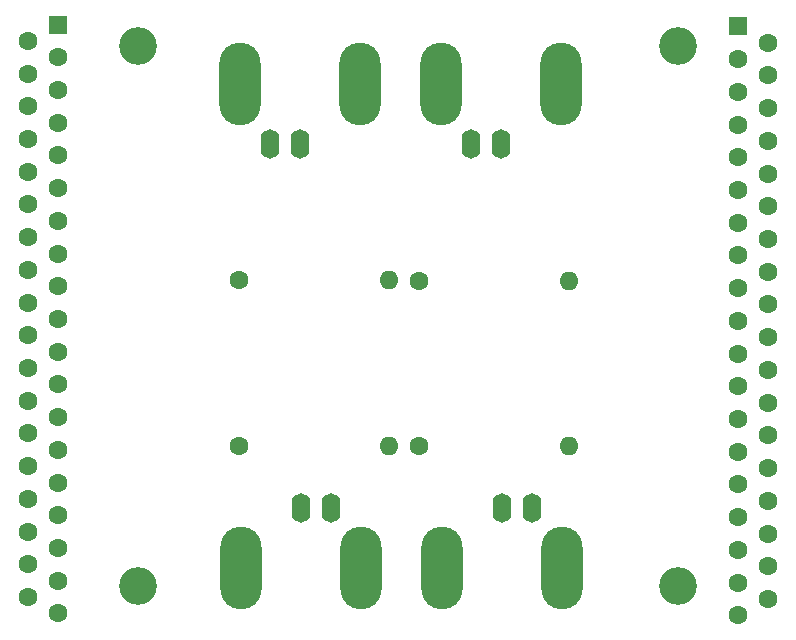
<source format=gbr>
%TF.GenerationSoftware,KiCad,Pcbnew,7.0.6*%
%TF.CreationDate,2023-08-22T16:48:19+01:00*%
%TF.ProjectId,trigger_cable,74726967-6765-4725-9f63-61626c652e6b,rev?*%
%TF.SameCoordinates,Original*%
%TF.FileFunction,Soldermask,Bot*%
%TF.FilePolarity,Negative*%
%FSLAX46Y46*%
G04 Gerber Fmt 4.6, Leading zero omitted, Abs format (unit mm)*
G04 Created by KiCad (PCBNEW 7.0.6) date 2023-08-22 16:48:19*
%MOMM*%
%LPD*%
G01*
G04 APERTURE LIST*
%ADD10R,1.600000X1.600000*%
%ADD11C,1.600000*%
%ADD12C,3.200000*%
%ADD13O,1.600000X1.600000*%
%ADD14O,1.600000X2.500000*%
%ADD15O,3.500000X7.000000*%
G04 APERTURE END LIST*
D10*
%TO.C,J1*%
X54250331Y-59115000D03*
D11*
X54250331Y-61885000D03*
X54250331Y-64655000D03*
X54250331Y-67425000D03*
X54250331Y-70195000D03*
X54250331Y-72965000D03*
X54250331Y-75735000D03*
X54250331Y-78505000D03*
X54250331Y-81275000D03*
X54250331Y-84045000D03*
X54250331Y-86815000D03*
X54250331Y-89585000D03*
X54250331Y-92355000D03*
X54250331Y-95125000D03*
X54250331Y-97895000D03*
X54250331Y-100665000D03*
X54250331Y-103435000D03*
X54250331Y-106205000D03*
X54250331Y-108975000D03*
X51710331Y-60500000D03*
X51710331Y-63270000D03*
X51710331Y-66040000D03*
X51710331Y-68810000D03*
X51710331Y-71580000D03*
X51710331Y-74350000D03*
X51710331Y-77120000D03*
X51710331Y-79890000D03*
X51710331Y-82660000D03*
X51710331Y-85430000D03*
X51710331Y-88200000D03*
X51710331Y-90970000D03*
X51710331Y-93740000D03*
X51710331Y-96510000D03*
X51710331Y-99280000D03*
X51710331Y-102050000D03*
X51710331Y-104820000D03*
X51710331Y-107590000D03*
%TD*%
D12*
%TO.C,H4*%
X106680000Y-106680000D03*
%TD*%
%TO.C,H3*%
X60960000Y-106680000D03*
%TD*%
%TO.C,H2*%
X106680000Y-60960000D03*
%TD*%
%TO.C,H1*%
X60960000Y-60960000D03*
%TD*%
D11*
%TO.C,R4*%
X69500000Y-94800000D03*
D13*
X82200000Y-94800000D03*
%TD*%
D11*
%TO.C,R2*%
X69550000Y-80750000D03*
D13*
X82250000Y-80750000D03*
%TD*%
D10*
%TO.C,J7*%
X111760000Y-59275000D03*
D11*
X111760000Y-62045000D03*
X111760000Y-64815000D03*
X111760000Y-67585000D03*
X111760000Y-70355000D03*
X111760000Y-73125000D03*
X111760000Y-75895000D03*
X111760000Y-78665000D03*
X111760000Y-81435000D03*
X111760000Y-84205000D03*
X111760000Y-86975000D03*
X111760000Y-89745000D03*
X111760000Y-92515000D03*
X111760000Y-95285000D03*
X111760000Y-98055000D03*
X111760000Y-100825000D03*
X111760000Y-103595000D03*
X111760000Y-106365000D03*
X111760000Y-109135000D03*
X114300000Y-60660000D03*
X114300000Y-63430000D03*
X114300000Y-66200000D03*
X114300000Y-68970000D03*
X114300000Y-71740000D03*
X114300000Y-74510000D03*
X114300000Y-77280000D03*
X114300000Y-80050000D03*
X114300000Y-82820000D03*
X114300000Y-85590000D03*
X114300000Y-88360000D03*
X114300000Y-91130000D03*
X114300000Y-93900000D03*
X114300000Y-96670000D03*
X114300000Y-99440000D03*
X114300000Y-102210000D03*
X114300000Y-104980000D03*
X114300000Y-107750000D03*
%TD*%
D14*
%TO.C,J3*%
X91740000Y-69200000D03*
D15*
X86660000Y-64120000D03*
D14*
X89200000Y-69200000D03*
D15*
X96820000Y-64120000D03*
%TD*%
D14*
%TO.C,J4*%
X74740000Y-69200000D03*
D15*
X69660000Y-64120000D03*
D14*
X72200000Y-69200000D03*
D15*
X79820000Y-64120000D03*
%TD*%
D14*
%TO.C,J5*%
X91800000Y-100050000D03*
D15*
X96880000Y-105130000D03*
D14*
X94340000Y-100050000D03*
D15*
X86720000Y-105130000D03*
%TD*%
D11*
%TO.C,R1*%
X84800000Y-80800000D03*
D13*
X97500000Y-80800000D03*
%TD*%
D14*
%TO.C,J6*%
X74800000Y-100050000D03*
D15*
X79880000Y-105130000D03*
D14*
X77340000Y-100050000D03*
D15*
X69720000Y-105130000D03*
%TD*%
D11*
%TO.C,R3*%
X84800000Y-94800000D03*
D13*
X97500000Y-94800000D03*
%TD*%
M02*

</source>
